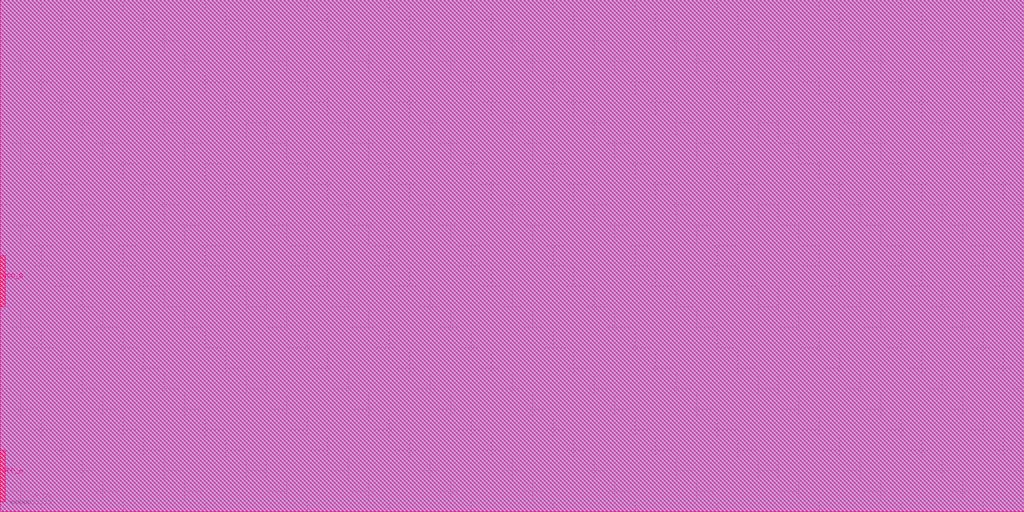
<source format=lef>
VERSION 5.5 ;
NAMESCASESENSITIVE ON ;
#BUSBITCHARS "d" ;
#DIVIDERCHAR "/" ;

SITE unit
  CLASS CORE ;
  SYMMETRY X Y ;
  SIZE 0.2 BY 1.8 ;
END unit


MACRO block1
  CLASS BLOCK ;
  ORIGIN 0 0 ;
  SIZE 1000 BY 500 ;
  SYMMETRY X Y R90 ;

  PIN VDD_A
    DIRECTION INOUT ;
    USE POWER ;
    PORT
    LAYER METAL5 ;
       RECT 0 10 5 60 ;
    LAYER METAL6 ;
       RECT 0 10 5 60 ;
    END 
  END VDD_A
  PIN VDD_B
    DIRECTION INOUT ;
    USE POWER ;
    PORT
    LAYER METAL5 ;
       RECT 0 200 5 250 ;
    LAYER METAL6 ;
       RECT 0 200 5 250 ;
    END
  END VDD_B

  OBS
    LAYER METAL1 ;
       RECT 0 0 1000 500 ;
    LAYER METAL2 ;
       RECT 0 0 1000 500 ;
    LAYER METAL3 ;
       RECT 0 0 1000 500 ;
    LAYER METAL4 ;
       RECT 0 0 1000 500 ;
    LAYER METAL5 ;
       RECT 0 0 1000 500 ;
    LAYER METAL6 ;
       RECT 0 0 1000 500 ;
  END
END block1
  
MACRO block2
  CLASS BLOCK ;
  ORIGIN 0 0 ;
  SIZE 700 BY 600 ;
  SYMMETRY X Y R90 ;

  PIN VDD_A
    DIRECTION INOUT ;
    USE POWER ;
    PORT
    LAYER METAL5 ;
       RECT 0 100 5 150 ;
    LAYER METAL6 ;
       RECT 0 100 5 150 ;
    END
  END VDD_A

  OBS
    LAYER METAL1 ;
       RECT 0 0 700 600 ;
    LAYER METAL2 ;
       RECT 0 0 700 600 ;
    LAYER METAL3 ;
       RECT 0 0 700 600 ;
    LAYER METAL4 ;
       RECT 0 0 700 600 ;
    LAYER METAL5 ;
       RECT 0 0 700 600 ;
    LAYER METAL6 ;
       RECT 0 0 700 600 ;
  END
END block2

MACRO block3
  CLASS BLOCK ;
  ORIGIN 0 0 ;
  SIZE 500 BY 500 ;
  SYMMETRY X Y R90 ;

  PIN VDD_A
    DIRECTION INOUT ;
    USE POWER ;
    PORT
    LAYER METAL4 ;
       RECT 0 50 5 100 ;
    LAYER METAL5 ;
       RECT 0 50 5 100 ;
    END
  END VDD_A

  OBS
    LAYER METAL1 ;
       RECT 0 0 500 500 ;
    LAYER METAL2 ;
       RECT 0 0 500 500 ;
    LAYER METAL3 ;
       RECT 0 0 500 500 ;
    LAYER METAL4 ;
       RECT 0 0 500 500 ;
    LAYER METAL5 ;
       RECT 0 0 500 500 ;
  END
END block3

MACRO block4
  CLASS BLOCK ;
  ORIGIN 0 0 ;
  SIZE 200 BY 200 ;
  SYMMETRY X Y R90 ;

  PIN VDD_A
    DIRECTION INOUT ;
    USE POWER ;
    PORT
    LAYER METAL3 ;
       RECT 0 80 5 120 ;
    LAYER METAL4 ;
       RECT 0 80 5 120 ;
    END
  END VDD_A

  OBS
    LAYER METAL1 ;
       RECT 0 0 200 200 ;
    LAYER METAL2 ;
       RECT 0 0 200 200 ;
    LAYER METAL3 ;
       RECT 0 0 200 200 ;
    LAYER METAL4 ;
       RECT 0 0 200 200 ;
  END
END block4

MACRO block5
  CLASS BLOCK ;
  ORIGIN 0 0 ;
  SIZE 200 BY 1000 ;
  SYMMETRY X Y R90 ;

  PIN VDD_A
    DIRECTION INOUT ;
    USE POWER ;
    PORT
    LAYER METAL5 ;
       RECT 0 200 5 250 ;
    LAYER METAL6 ;
       RECT 0 200 5 250 ;
    END
  END VDD_A
  PIN VDD_B
    DIRECTION INOUT ;
    USE POWER ;
    PORT
    LAYER METAL5 ;
       RECT 0 400 5 450 ;
    LAYER METAL6 ;
       RECT 0 400 5 450 ;
    END
  END VDD_B

  OBS
    LAYER METAL1 ;
       RECT 0 0 200 1000 ;
    LAYER METAL2 ;
       RECT 0 0 200 1000 ;
    LAYER METAL3 ;
       RECT 0 0 200 1000 ;
    LAYER METAL4 ;
       RECT 0 0 200 1000 ;
    LAYER METAL5 ;
       RECT 0 0 200 1000 ;
    LAYER METAL6 ;
       RECT 0 0 200 1000 ;
  END
END block5

MACRO block6
  CLASS BLOCK ;
  ORIGIN 0 0 ;
  SIZE 300 BY 300 ;
  SYMMETRY X Y R90 ;

  PIN VDD_A
    DIRECTION INOUT ;
    USE POWER ;
    PORT
    LAYER METAL5 ;
       RECT 0 100 5 200 ;
    LAYER METAL6 ;
       RECT 0 100 5 200 ;
    END
  END VDD_A

  OBS
    LAYER METAL1 ;
       RECT 0 0 300 300 ;
    LAYER METAL2 ;
       RECT 0 0 300 300 ;
    LAYER METAL3 ;
       RECT 0 0 300 300 ;
    LAYER METAL4 ;
       RECT 0 0 300 300 ;
    LAYER METAL5 ;
       RECT 0 0 300 300 ;
    LAYER METAL6 ;
       RECT 0 0 300 300 ;
  END
END block6

MACRO block7
  CLASS BLOCK ;
  ORIGIN 0 0 ;
  SIZE 200 BY 1000 ;
  SYMMETRY X Y R90 ;

  PIN VDD_A
    DIRECTION INOUT ;
    USE POWER ;
    PORT
    LAYER METAL4 ;
       RECT 0 200 5 250 ;
    LAYER METAL5 ;
       RECT 0 200 5 250 ;
    END
  END VDD_A

  OBS
    LAYER METAL1 ;
       RECT 0 0 200 1000 ;
    LAYER METAL2 ;
       RECT 0 0 200 1000 ;
    LAYER METAL3 ;
       RECT 0 0 200 1000 ;
    LAYER METAL4 ;
       RECT 0 0 200 1000 ;
    LAYER METAL5 ;
       RECT 0 0 200 1000 ;
  END
END block7

MACRO block8
  CLASS BLOCK ;
  ORIGIN 0 0 ;
  SIZE 200 BY 1000 ;
  SYMMETRY X Y R90 ;

  PIN VDD_A
    DIRECTION INOUT ;
    USE POWER ;
    PORT
    LAYER METAL2 ;
       RECT 0 200 5 250 ;
    LAYER METAL3 ;
       RECT 0 200 5 250 ;
    END
  END VDD_A
  PIN VDD_B
    DIRECTION INOUT ;
    USE POWER ;
    PORT
    LAYER METAL2 ;
       RECT 0 400 5 450 ;
    LAYER METAL3 ;
       RECT 0 400 5 450 ;
    END
  END VDD_B

  OBS
    LAYER METAL1 ;
       RECT 0 0 200 1000 ;
    LAYER METAL2 ;
       RECT 0 0 200 1000 ;
    LAYER METAL3 ;
       RECT 0 0 200 1000 ;
  END
END block8


MACRO block9
  CLASS BLOCK ;
  ORIGIN 0 0 ;
  SIZE 700 BY 600 ;
  SYMMETRY X Y R90 ;

  PIN VDD_A
    DIRECTION INOUT ;
    USE POWER ;
    PORT
    LAYER METAL1 ;
       RECT 0 100 5 150 ;
    LAYER METAL2 ;
       RECT 0 100 5 150 ;
    END
  END VDD_A

  OBS
    LAYER METAL1 ;
       RECT 0 0 700 600 ;
    LAYER METAL2 ;
       RECT 0 0 700 600 ;
  END
END block9


END LIBRARY

</source>
